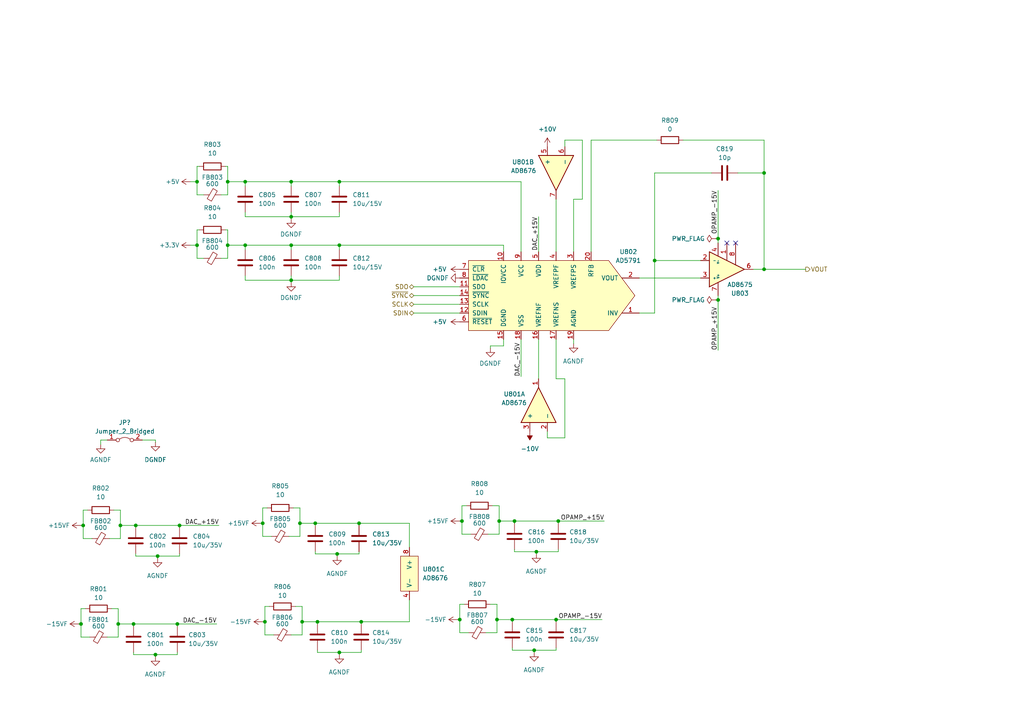
<source format=kicad_sch>
(kicad_sch (version 20230121) (generator eeschema)
  (paper "A4")
  (lib_symbols
    (symbol "Device:C" (pin_numbers hide) (pin_names (offset 0.254))
      (property "Reference" "C" (at 0.635 2.54 0))
      (property "Value" "C" (at 0.635 -2.54 0))
      (symbol "C_0_1"
        (polyline (pts (xy -2.032 -0.762) (xy 2.032 -0.762)) (stroke (width 0.508)))
        (polyline (pts (xy -2.032 0.762) (xy 2.032 0.762)) (stroke (width 0.508)))
      )
      (symbol "C_1_1"
        (pin passive line (at 0 3.81 270) (length 2.794) (name "~") (number "1"))
        (pin passive line (at 0 -3.81 90) (length 2.794) (name "~") (number "2"))
      )
    )
    (symbol "Device:FerriteBead_Small" (pin_numbers hide) (pin_names (offset 0))
      (property "Reference" "FB" (at 1.905 1.27 0))
      (property "Value" "FerriteBead_Small" (at 1.905 -1.27 0))
      (symbol "FerriteBead_Small_0_1"
        (polyline (pts (xy 0 -1.27) (xy 0 -0.7874)))
        (polyline (pts (xy 0 0.889) (xy 0 1.2954)))
        (polyline (pts (xy -1.8288 0.2794) (xy -1.1176 1.4986) (xy 1.8288 -0.2032) (xy 1.1176 -1.4224) (xy -1.8288 0.2794)))
      )
      (symbol "FerriteBead_Small_1_1"
        (pin passive line (at 0 2.54 270) (length 1.27) (name "~") (number "1"))
        (pin passive line (at 0 -2.54 90) (length 1.27) (name "~") (number "2"))
      )
    )
    (symbol "Device:R" (pin_numbers hide) (pin_names (offset 0))
      (property "Reference" "R" (at 2.032 0 90))
      (property "Value" "R" (at 0 0 90))
      (symbol "R_0_1"
        (rectangle (start -1.016 -2.54) (end 1.016 2.54) (stroke (width 0.254)))
      )
      (symbol "R_1_1"
        (pin passive line (at 0 3.81 270) (length 1.27) (name "~") (number "1"))
        (pin passive line (at 0 -3.81 90) (length 1.27) (name "~") (number "2"))
      )
    )
    (symbol "ETH1CREF1A:+15VF" (power) (pin_names (offset 0))
      (property "Value" "+15VF" (at 0 3.556 0))
      (symbol "+15VF_0_1"
        (polyline (pts (xy -0.762 1.27) (xy 0 2.54)))
        (polyline (pts (xy 0 0) (xy 0 2.54)))
        (polyline (pts (xy 0 2.54) (xy 0.762 1.27)))
      )
      (symbol "+15VF_1_1"
        (pin power_in line (at 0 0 90) (length 0) hide (name "+15VF") (number "1"))
      )
    )
    (symbol "ETH1CREF1A:-15VF" (power) (pin_names (offset 0))
      (property "Value" "-15VF" (at 0 3.556 0))
      (symbol "-15VF_0_1"
        (polyline (pts (xy -0.762 1.27) (xy 0 2.54)))
        (polyline (pts (xy 0 0) (xy 0 2.54)))
        (polyline (pts (xy 0 2.54) (xy 0.762 1.27)))
      )
      (symbol "-15VF_1_1"
        (pin power_in line (at 0 0 90) (length 0) hide (name "-15VF") (number "1"))
      )
    )
    (symbol "ETH1CREF1A:AD5791" (pin_names (offset 1.016))
      (property "Reference" "U" (at -22.86 11.43 0))
      (property "Value" "AD5791" (at 0 0 0))
      (symbol "AD5791_0_1"
        (polyline (pts (xy 24.13 0) (xy 16.51 10.16) (xy -24.13 10.16) (xy -24.13 -10.16) (xy 16.51 -10.16) (xy 24.13 0)) (fill (type background)))
      )
      (symbol "AD5791_1_1"
        (pin output line (at 25.4 -5.08 180) (length 5.08) (name "INV") (number "1"))
        (pin passive line (at -13.97 12.7 270) (length 2.54) (name "IOVCC") (number "10"))
        (pin output line (at -26.67 2.54 0) (length 2.54) (name "SDO") (number "11"))
        (pin input line (at -26.67 -5.08 0) (length 2.54) (name "SDIN") (number "12"))
        (pin input line (at -26.67 -2.54 0) (length 2.54) (name "SCLK") (number "13"))
        (pin input line (at -26.67 0 0) (length 2.54) (name "~{SYNC}") (number "14"))
        (pin passive line (at -13.97 -12.7 90) (length 2.54) (name "DGND") (number "15"))
        (pin passive line (at -3.81 -12.7 90) (length 2.54) (name "VREFNF") (number "16"))
        (pin passive line (at 1.27 -12.7 90) (length 2.54) (name "VREFNS") (number "17"))
        (pin passive line (at -8.89 -12.7 90) (length 2.54) (name "VSS") (number "18"))
        (pin passive line (at 6.35 -12.7 90) (length 2.54) (name "AGND") (number "19"))
        (pin output line (at 25.4 5.08 180) (length 5.08) (name "VOUT") (number "2"))
        (pin passive line (at 11.43 12.7 270) (length 2.54) (name "RFB") (number "20"))
        (pin passive line (at 6.35 12.7 270) (length 2.54) (name "VREFPS") (number "3"))
        (pin passive line (at 1.27 12.7 270) (length 2.54) (name "VREFPF") (number "4"))
        (pin passive line (at -3.81 12.7 270) (length 2.54) (name "VDD") (number "5"))
        (pin input line (at -26.67 -7.62 0) (length 2.54) (name "~{RESET}") (number "6"))
        (pin input line (at -26.67 7.62 0) (length 2.54) (name "~{CLR}") (number "7"))
        (pin input line (at -26.67 5.08 0) (length 2.54) (name "~{LDAC}") (number "8"))
        (pin passive line (at -8.89 12.7 270) (length 2.54) (name "VCC") (number "9"))
      )
    )
    (symbol "ETH1CREF1A:AD8675" (pin_names (offset 1.016))
      (property "Reference" "U" (at 8.89 6.35 0))
      (property "Value" "AD8675" (at 8.89 3.81 0))
      (symbol "AD8675_1_1"
        (polyline (pts (xy -2.54 5.08) (xy 7.62 0) (xy -2.54 -5.08) (xy -2.54 5.08)) (stroke (width 0.254)) (fill (type background)))
        (pin input line (at 2.54 -7.62 90) (length 5.08) (name "~") (number "1"))
        (pin input line (at -5.08 -2.54 0) (length 2.54) (name "-") (number "2"))
        (pin input line (at -5.08 2.54 0) (length 2.54) (name "+") (number "3"))
        (pin power_in line (at 0 -7.62 90) (length 3.81) (name "V-") (number "4"))
        (pin no_connect line (at 2.54 2.54 270) (length 2.54) hide (name "NC") (number "5"))
        (pin output line (at 10.16 0 180) (length 2.54) (name "~") (number "6"))
        (pin power_in line (at 0 7.62 270) (length 3.81) (name "V+") (number "7"))
        (pin input line (at 5.08 -7.62 90) (length 6.35) (name "~") (number "8"))
      )
    )
    (symbol "ETH1CREF1A:AD8676" (pin_names (offset 1.016))
      (property "Reference" "U" (at 7.62 6.35 0))
      (property "Value" "AD8676" (at 7.62 3.81 0))
      (symbol "AD8676_1_1"
        (polyline (pts (xy -3.81 5.08) (xy 6.35 0) (xy -3.81 -5.08) (xy -3.81 5.08)) (stroke (width 0.254)) (fill (type background)))
        (pin output line (at 8.89 0 180) (length 2.54) (name "~") (number "1"))
        (pin input line (at -6.35 -2.54 0) (length 2.54) (name "-") (number "2"))
        (pin input line (at -6.35 2.54 0) (length 2.54) (name "+") (number "3"))
      )
      (symbol "AD8676_2_1"
        (polyline (pts (xy -3.81 5.08) (xy 6.35 0) (xy -3.81 -5.08) (xy -3.81 5.08)) (stroke (width 0.254)) (fill (type background)))
        (pin input line (at -6.35 2.54 0) (length 2.54) (name "+") (number "5"))
        (pin input line (at -6.35 -2.54 0) (length 2.54) (name "-") (number "6"))
        (pin output line (at 8.89 0 180) (length 2.54) (name "~") (number "7"))
      )
      (symbol "AD8676_3_1"
        (rectangle (start -2.54 5.08) (end 2.54 -5.08) (fill (type background)))
        (pin passive line (at 0 -7.62 90) (length 2.54) (name "V-") (number "4"))
        (pin passive line (at 0 7.62 270) (length 2.54) (name "V+") (number "8"))
      )
    )
    (symbol "ETH1CREF1A:AGNDF" (power) (pin_names (offset 0))
      (property "Value" "AGNDF" (at 0 -3.81 0))
      (symbol "AGNDF_0_1"
        (polyline (pts (xy 0 0) (xy 0 -1.27) (xy 1.27 -1.27) (xy 0 -2.54) (xy -1.27 -1.27) (xy 0 -1.27)))
      )
      (symbol "AGNDF_1_1"
        (pin power_in line (at 0 0 270) (length 0) hide (name "AGNDF") (number "1"))
      )
    )
    (symbol "ETH1CREF1A:DGNDF" (power) (pin_names (offset 0))
      (property "Value" "DGNDF" (at 0 -3.81 0))
      (symbol "DGNDF_0_1"
        (polyline (pts (xy 0 0) (xy 0 -1.27) (xy 1.27 -1.27) (xy 0 -2.54) (xy -1.27 -1.27) (xy 0 -1.27)))
      )
      (symbol "DGNDF_1_1"
        (pin power_in line (at 0 0 270) (length 0) hide (name "DGNDF") (number "1"))
      )
    )
    (symbol "Jumper:Jumper_2_Bridged" (pin_names (offset 0) hide)
      (property "Reference" "JP" (at 0 1.905 0))
      (property "Value" "Jumper_2_Bridged" (at 0 -2.54 0))
      (symbol "Jumper_2_Bridged_0_0"
        (circle (center -2.032 0) (radius 0.508))
        (circle (center 2.032 0) (radius 0.508))
      )
      (symbol "Jumper_2_Bridged_0_1"
        (arc (start 1.524 0.254) (mid 0 0.762) (end -1.524 0.254))
      )
      (symbol "Jumper_2_Bridged_1_1"
        (pin passive line (at -5.08 0 0) (length 2.54) (name "A") (number "1"))
        (pin passive line (at 5.08 0 180) (length 2.54) (name "B") (number "2"))
      )
    )
    (symbol "power:+10V" (power) (pin_names (offset 0))
      (property "Value" "+10V" (at 0 3.556 0))
      (symbol "+10V_0_1"
        (polyline (pts (xy -0.762 1.27) (xy 0 2.54)))
        (polyline (pts (xy 0 0) (xy 0 2.54)))
        (polyline (pts (xy 0 2.54) (xy 0.762 1.27)))
      )
      (symbol "+10V_1_1"
        (pin power_in line (at 0 0 90) (length 0) hide (name "+10V") (number "1"))
      )
    )
    (symbol "power:+3.3V" (power) (pin_names (offset 0))
      (property "Value" "+3.3V" (at 0 3.556 0))
      (symbol "+3.3V_0_1"
        (polyline (pts (xy -0.762 1.27) (xy 0 2.54)))
        (polyline (pts (xy 0 0) (xy 0 2.54)))
        (polyline (pts (xy 0 2.54) (xy 0.762 1.27)))
      )
      (symbol "+3.3V_1_1"
        (pin power_in line (at 0 0 90) (length 0) hide (name "+3.3V") (number "1"))
      )
    )
    (symbol "power:+5V" (power) (pin_names (offset 0))
      (property "Value" "+5V" (at 0 3.556 0))
      (symbol "+5V_0_1"
        (polyline (pts (xy -0.762 1.27) (xy 0 2.54)))
        (polyline (pts (xy 0 0) (xy 0 2.54)))
        (polyline (pts (xy 0 2.54) (xy 0.762 1.27)))
      )
      (symbol "+5V_1_1"
        (pin power_in line (at 0 0 90) (length 0) hide (name "+5V") (number "1"))
      )
    )
    (symbol "power:-10V" (power) (pin_names (offset 0))
      (property "Value" "-10V" (at 0 3.81 0))
      (symbol "-10V_0_0"
        (pin power_in line (at 0 0 90) (length 0) hide (name "-10V") (number "1"))
      )
      (symbol "-10V_0_1"
        (polyline (pts (xy 0 0) (xy 0 1.27) (xy 0.762 1.27) (xy 0 2.54) (xy -0.762 1.27) (xy 0 1.27)) (fill (type outline)))
      )
    )
    (symbol "power:PWR_FLAG" (power) (pin_numbers hide) (pin_names (offset 0) hide)
      (property "Value" "PWR_FLAG" (at 0 3.81 0))
      (symbol "PWR_FLAG_0_0"
        (pin power_out line (at 0 0 90) (length 0) (name "pwr") (number "1"))
      )
      (symbol "PWR_FLAG_0_1"
        (polyline (pts (xy 0 0) (xy 0 1.27) (xy -1.016 1.905) (xy 0 2.54) (xy 1.016 1.905) (xy 0 1.27)))
      )
    )
  )
  (junction (at 38.735 180.975))
  (junction (at 84.455 71.12))
  (junction (at 76.2 151.765))
  (junction (at 98.425 71.12))
  (junction (at 97.79 160.655))
  (junction (at 189.865 75.565))
  (junction (at 71.12 71.12))
  (junction (at 51.435 180.975))
  (junction (at 76.835 180.34))
  (junction (at 39.37 152.4))
  (junction (at 66.04 52.705))
  (junction (at 155.575 160.02))
  (junction (at 161.29 179.705))
  (junction (at 87.63 180.34))
  (junction (at 71.12 52.705))
  (junction (at 34.925 152.4))
  (junction (at 84.455 81.28))
  (junction (at 84.455 62.865))
  (junction (at 154.94 188.595))
  (junction (at 161.925 151.13))
  (junction (at 148.59 179.705))
  (junction (at 133.985 151.13))
  (junction (at 208.28 86.995))
  (junction (at 91.44 151.765))
  (junction (at 34.29 180.975))
  (junction (at 23.495 180.975))
  (junction (at 98.425 52.705))
  (junction (at 98.425 189.23))
  (junction (at 144.78 151.13))
  (junction (at 144.145 179.705))
  (junction (at 52.07 152.4))
  (junction (at 86.995 151.765))
  (junction (at 84.455 52.705))
  (junction (at 57.15 71.12))
  (junction (at 92.075 180.34))
  (junction (at 221.615 78.105))
  (junction (at 149.225 151.13))
  (junction (at 45.085 189.865))
  (junction (at 133.35 179.705))
  (junction (at 104.14 151.765))
  (junction (at 45.72 161.29))
  (junction (at 66.04 71.12))
  (junction (at 221.615 50.165))
  (junction (at 24.13 152.4))
  (junction (at 104.775 180.34))
  (junction (at 57.15 52.705))
  (junction (at 208.28 69.215))
  (no_connect (at 210.82 70.485))
  (no_connect (at 213.36 70.485))
  (wire (pts (xy 155.575 160.02) (xy 161.925 160.02)))
  (wire (pts (xy 34.29 180.975) (xy 34.29 176.53)))
  (wire (pts (xy 38.735 189.865) (xy 45.085 189.865)))
  (wire (pts (xy 45.085 189.865) (xy 45.085 190.5)))
  (wire (pts (xy 34.925 152.4) (xy 39.37 152.4)))
  (wire (pts (xy 84.455 52.705) (xy 98.425 52.705)))
  (wire (pts (xy 57.15 71.12) (xy 57.15 66.675)))
  (wire (pts (xy 23.495 180.975) (xy 23.495 184.785)))
  (wire (pts (xy 66.04 71.12) (xy 66.04 74.93)))
  (wire (pts (xy 168.91 40.64) (xy 168.91 57.785)))
  (wire (pts (xy 76.835 184.15) (xy 79.375 184.15)))
  (wire (pts (xy 29.21 128.905) (xy 29.21 127.635)))
  (wire (pts (xy 133.35 179.705) (xy 133.35 183.515)))
  (wire (pts (xy 161.925 151.13) (xy 175.26 151.13)))
  (wire (pts (xy 98.425 71.12) (xy 146.05 71.12)))
  (wire (pts (xy 133.35 85.725) (xy 120.015 85.725)))
  (wire (pts (xy 83.82 155.575) (xy 86.995 155.575)))
  (wire (pts (xy 24.13 152.4) (xy 24.13 156.21)))
  (wire (pts (xy 98.425 62.865) (xy 84.455 62.865)))
  (wire (pts (xy 104.14 151.765) (xy 118.745 151.765)))
  (wire (pts (xy 189.865 75.565) (xy 189.865 90.805)))
  (wire (pts (xy 133.985 146.685) (xy 133.985 151.13)))
  (wire (pts (xy 86.995 147.32) (xy 85.09 147.32)))
  (wire (pts (xy 133.985 151.13) (xy 133.985 154.94)))
  (wire (pts (xy 144.145 179.705) (xy 144.145 175.26)))
  (wire (pts (xy 161.29 188.595) (xy 161.29 187.96)))
  (wire (pts (xy 149.225 151.13) (xy 149.225 151.765)))
  (wire (pts (xy 92.075 180.34) (xy 104.775 180.34)))
  (wire (pts (xy 34.925 152.4) (xy 34.925 147.955)))
  (wire (pts (xy 98.425 61.595) (xy 98.425 62.865)))
  (wire (pts (xy 154.94 188.595) (xy 154.94 189.23)))
  (wire (pts (xy 87.63 175.895) (xy 85.725 175.895)))
  (wire (pts (xy 91.44 151.765) (xy 104.14 151.765)))
  (wire (pts (xy 146.05 100.33) (xy 142.24 100.33)))
  (wire (pts (xy 149.225 160.02) (xy 155.575 160.02)))
  (wire (pts (xy 57.15 56.515) (xy 59.055 56.515)))
  (wire (pts (xy 104.775 180.34) (xy 118.745 180.34)))
  (wire (pts (xy 64.135 56.515) (xy 66.04 56.515)))
  (wire (pts (xy 163.83 40.64) (xy 168.91 40.64)))
  (wire (pts (xy 39.37 161.29) (xy 45.72 161.29)))
  (wire (pts (xy 168.91 57.785) (xy 166.37 57.785)))
  (wire (pts (xy 221.615 40.64) (xy 221.615 50.165)))
  (wire (pts (xy 189.865 75.565) (xy 189.865 50.165)))
  (wire (pts (xy 84.455 80.01) (xy 84.455 81.28)))
  (wire (pts (xy 221.615 78.105) (xy 233.68 78.105)))
  (wire (pts (xy 52.07 161.29) (xy 52.07 160.655)))
  (wire (pts (xy 52.07 152.4) (xy 63.5 152.4)))
  (wire (pts (xy 161.29 179.705) (xy 174.625 179.705)))
  (wire (pts (xy 71.12 61.595) (xy 71.12 62.865)))
  (wire (pts (xy 31.75 156.21) (xy 34.925 156.21)))
  (wire (pts (xy 87.63 180.34) (xy 87.63 175.895)))
  (wire (pts (xy 84.455 184.15) (xy 87.63 184.15)))
  (wire (pts (xy 29.21 127.635) (xy 31.115 127.635)))
  (wire (pts (xy 84.455 71.12) (xy 98.425 71.12)))
  (wire (pts (xy 161.29 57.785) (xy 161.29 73.025)))
  (wire (pts (xy 166.37 99.695) (xy 166.37 98.425)))
  (wire (pts (xy 76.835 175.895) (xy 76.835 180.34)))
  (wire (pts (xy 221.615 78.105) (xy 218.44 78.105)))
  (wire (pts (xy 71.12 71.12) (xy 84.455 71.12)))
  (wire (pts (xy 221.615 50.165) (xy 221.615 78.105)))
  (wire (pts (xy 34.29 184.785) (xy 34.29 180.975)))
  (wire (pts (xy 57.15 74.93) (xy 57.15 71.12)))
  (wire (pts (xy 133.985 154.94) (xy 136.525 154.94)))
  (wire (pts (xy 92.075 189.23) (xy 98.425 189.23)))
  (wire (pts (xy 97.79 160.655) (xy 104.14 160.655)))
  (wire (pts (xy 144.78 146.685) (xy 142.875 146.685)))
  (wire (pts (xy 31.115 184.785) (xy 34.29 184.785)))
  (wire (pts (xy 87.63 184.15) (xy 87.63 180.34)))
  (wire (pts (xy 208.28 86.995) (xy 208.28 101.6)))
  (wire (pts (xy 151.13 73.025) (xy 151.13 52.705)))
  (wire (pts (xy 71.12 80.01) (xy 71.12 81.28)))
  (wire (pts (xy 66.04 66.675) (xy 66.04 71.12)))
  (wire (pts (xy 45.085 189.865) (xy 51.435 189.865)))
  (wire (pts (xy 65.405 66.675) (xy 66.04 66.675)))
  (wire (pts (xy 57.15 56.515) (xy 57.15 52.705)))
  (wire (pts (xy 208.28 69.215) (xy 208.28 55.245)))
  (wire (pts (xy 86.995 151.765) (xy 91.44 151.765)))
  (wire (pts (xy 133.35 175.26) (xy 133.35 179.705)))
  (wire (pts (xy 146.05 98.425) (xy 146.05 100.33)))
  (wire (pts (xy 104.14 160.655) (xy 104.14 160.02)))
  (wire (pts (xy 133.35 88.265) (xy 120.015 88.265)))
  (wire (pts (xy 22.86 180.975) (xy 23.495 180.975)))
  (wire (pts (xy 64.135 74.93) (xy 66.04 74.93)))
  (wire (pts (xy 84.455 61.595) (xy 84.455 62.865)))
  (wire (pts (xy 120.015 83.185) (xy 133.35 83.185)))
  (wire (pts (xy 98.425 80.01) (xy 98.425 81.28)))
  (wire (pts (xy 156.21 98.425) (xy 156.21 109.855)))
  (wire (pts (xy 149.225 151.13) (xy 161.925 151.13)))
  (wire (pts (xy 55.245 52.705) (xy 57.15 52.705)))
  (wire (pts (xy 77.47 147.32) (xy 76.2 147.32)))
  (wire (pts (xy 133.35 183.515) (xy 135.89 183.515)))
  (wire (pts (xy 84.455 52.705) (xy 84.455 53.975)))
  (wire (pts (xy 98.425 71.12) (xy 98.425 72.39)))
  (wire (pts (xy 38.735 189.23) (xy 38.735 189.865)))
  (wire (pts (xy 158.75 127) (xy 163.83 127)))
  (wire (pts (xy 98.425 81.28) (xy 84.455 81.28)))
  (wire (pts (xy 87.63 180.34) (xy 92.075 180.34)))
  (wire (pts (xy 84.455 71.12) (xy 84.455 72.39)))
  (wire (pts (xy 51.435 180.975) (xy 62.865 180.975)))
  (wire (pts (xy 86.995 155.575) (xy 86.995 151.765)))
  (wire (pts (xy 24.13 156.21) (xy 26.67 156.21)))
  (wire (pts (xy 38.735 180.975) (xy 38.735 181.61)))
  (wire (pts (xy 198.12 40.64) (xy 221.615 40.64)))
  (wire (pts (xy 189.865 50.165) (xy 206.375 50.165)))
  (wire (pts (xy 161.925 151.13) (xy 161.925 151.765)))
  (wire (pts (xy 66.04 48.26) (xy 66.04 52.705)))
  (wire (pts (xy 148.59 179.705) (xy 148.59 180.34)))
  (wire (pts (xy 76.835 180.34) (xy 76.835 184.15)))
  (wire (pts (xy 25.4 147.955) (xy 24.13 147.955)))
  (wire (pts (xy 92.075 180.34) (xy 92.075 180.975)))
  (wire (pts (xy 163.83 127) (xy 163.83 109.855)))
  (wire (pts (xy 66.04 71.12) (xy 71.12 71.12)))
  (wire (pts (xy 78.105 175.895) (xy 76.835 175.895)))
  (wire (pts (xy 34.925 156.21) (xy 34.925 152.4)))
  (wire (pts (xy 71.12 52.705) (xy 84.455 52.705)))
  (wire (pts (xy 98.425 189.23) (xy 98.425 189.865)))
  (wire (pts (xy 155.575 160.02) (xy 155.575 160.655)))
  (wire (pts (xy 146.05 73.025) (xy 146.05 71.12)))
  (wire (pts (xy 144.78 151.13) (xy 149.225 151.13)))
  (wire (pts (xy 51.435 189.865) (xy 51.435 189.23)))
  (wire (pts (xy 75.565 151.765) (xy 76.2 151.765)))
  (wire (pts (xy 104.775 180.34) (xy 104.775 180.975)))
  (wire (pts (xy 104.775 189.23) (xy 104.775 188.595)))
  (wire (pts (xy 151.13 98.425) (xy 151.13 109.22)))
  (wire (pts (xy 189.865 75.565) (xy 203.2 75.565)))
  (wire (pts (xy 163.83 42.545) (xy 163.83 40.64)))
  (wire (pts (xy 98.425 52.705) (xy 98.425 53.975)))
  (wire (pts (xy 34.29 176.53) (xy 32.385 176.53)))
  (wire (pts (xy 140.97 183.515) (xy 144.145 183.515)))
  (wire (pts (xy 98.425 189.23) (xy 104.775 189.23)))
  (wire (pts (xy 34.29 180.975) (xy 38.735 180.975)))
  (wire (pts (xy 24.13 147.955) (xy 24.13 152.4)))
  (wire (pts (xy 34.925 147.955) (xy 33.02 147.955)))
  (wire (pts (xy 132.715 179.705) (xy 133.35 179.705)))
  (wire (pts (xy 161.925 160.02) (xy 161.925 159.385)))
  (wire (pts (xy 23.495 152.4) (xy 24.13 152.4)))
  (wire (pts (xy 45.72 161.29) (xy 52.07 161.29)))
  (wire (pts (xy 148.59 187.96) (xy 148.59 188.595)))
  (wire (pts (xy 24.765 176.53) (xy 23.495 176.53)))
  (wire (pts (xy 39.37 152.4) (xy 39.37 153.035)))
  (wire (pts (xy 45.72 161.29) (xy 45.72 161.925)))
  (wire (pts (xy 149.225 159.385) (xy 149.225 160.02)))
  (wire (pts (xy 76.2 147.32) (xy 76.2 151.765)))
  (wire (pts (xy 207.645 69.215) (xy 208.28 69.215)))
  (wire (pts (xy 57.15 48.26) (xy 57.785 48.26)))
  (wire (pts (xy 208.28 85.725) (xy 208.28 86.995)))
  (wire (pts (xy 84.455 81.28) (xy 71.12 81.28)))
  (wire (pts (xy 161.29 179.705) (xy 161.29 180.34)))
  (wire (pts (xy 86.995 151.765) (xy 86.995 147.32)))
  (wire (pts (xy 163.83 109.855) (xy 161.29 109.855)))
  (wire (pts (xy 51.435 180.975) (xy 51.435 181.61)))
  (wire (pts (xy 52.07 152.4) (xy 52.07 153.035)))
  (wire (pts (xy 161.29 98.425) (xy 161.29 109.855)))
  (wire (pts (xy 66.04 52.705) (xy 66.04 56.515)))
  (wire (pts (xy 135.255 146.685) (xy 133.985 146.685)))
  (wire (pts (xy 45.085 127.635) (xy 45.085 128.27)))
  (wire (pts (xy 65.405 48.26) (xy 66.04 48.26)))
  (wire (pts (xy 141.605 154.94) (xy 144.78 154.94)))
  (wire (pts (xy 41.275 127.635) (xy 45.085 127.635)))
  (wire (pts (xy 213.995 50.165) (xy 221.615 50.165)))
  (wire (pts (xy 171.45 73.025) (xy 171.45 40.64)))
  (wire (pts (xy 55.245 71.12) (xy 57.15 71.12)))
  (wire (pts (xy 71.12 71.12) (xy 71.12 72.39)))
  (wire (pts (xy 148.59 179.705) (xy 161.29 179.705)))
  (wire (pts (xy 39.37 152.4) (xy 52.07 152.4)))
  (wire (pts (xy 144.145 179.705) (xy 148.59 179.705)))
  (wire (pts (xy 144.145 175.26) (xy 142.24 175.26)))
  (wire (pts (xy 185.42 80.645) (xy 203.2 80.645)))
  (wire (pts (xy 57.15 74.93) (xy 59.055 74.93)))
  (wire (pts (xy 118.745 173.99) (xy 118.745 180.34)))
  (wire (pts (xy 57.15 52.705) (xy 57.15 48.26)))
  (wire (pts (xy 84.455 62.865) (xy 71.12 62.865)))
  (wire (pts (xy 91.44 160.655) (xy 97.79 160.655)))
  (wire (pts (xy 76.2 180.34) (xy 76.835 180.34)))
  (wire (pts (xy 156.21 62.865) (xy 156.21 73.025)))
  (wire (pts (xy 38.735 180.975) (xy 51.435 180.975)))
  (wire (pts (xy 23.495 176.53) (xy 23.495 180.975)))
  (wire (pts (xy 66.04 52.705) (xy 71.12 52.705)))
  (wire (pts (xy 144.78 154.94) (xy 144.78 151.13)))
  (wire (pts (xy 134.62 175.26) (xy 133.35 175.26)))
  (wire (pts (xy 118.745 151.765) (xy 118.745 158.75)))
  (wire (pts (xy 92.075 188.595) (xy 92.075 189.23)))
  (wire (pts (xy 91.44 151.765) (xy 91.44 152.4)))
  (wire (pts (xy 98.425 52.705) (xy 151.13 52.705)))
  (wire (pts (xy 144.78 151.13) (xy 144.78 146.685)))
  (wire (pts (xy 144.145 183.515) (xy 144.145 179.705)))
  (wire (pts (xy 207.645 86.995) (xy 208.28 86.995)))
  (wire (pts (xy 133.35 90.805) (xy 120.015 90.805)))
  (wire (pts (xy 133.35 151.13) (xy 133.985 151.13)))
  (wire (pts (xy 208.28 70.485) (xy 208.28 69.215)))
  (wire (pts (xy 84.455 62.865) (xy 84.455 63.5)))
  (wire (pts (xy 39.37 160.655) (xy 39.37 161.29)))
  (wire (pts (xy 142.24 100.33) (xy 142.24 100.965)))
  (wire (pts (xy 71.12 52.705) (xy 71.12 53.975)))
  (wire (pts (xy 148.59 188.595) (xy 154.94 188.595)))
  (wire (pts (xy 189.865 90.805) (xy 185.42 90.805)))
  (wire (pts (xy 91.44 160.02) (xy 91.44 160.655)))
  (wire (pts (xy 76.2 155.575) (xy 78.74 155.575)))
  (wire (pts (xy 76.2 151.765) (xy 76.2 155.575)))
  (wire (pts (xy 23.495 184.785) (xy 26.035 184.785)))
  (wire (pts (xy 57.15 66.675) (xy 57.785 66.675)))
  (wire (pts (xy 84.455 81.28) (xy 84.455 81.915)))
  (wire (pts (xy 158.75 125.095) (xy 158.75 127)))
  (wire (pts (xy 97.79 160.655) (xy 97.79 161.29)))
  (wire (pts (xy 166.37 57.785) (xy 166.37 73.025)))
  (wire (pts (xy 154.94 188.595) (xy 161.29 188.595)))
  (wire (pts (xy 171.45 40.64) (xy 190.5 40.64)))
  (wire (pts (xy 104.14 151.765) (xy 104.14 152.4)))
  (label "OPAMP_-15V" (at 174.625 179.705 180))
  (label "OPAMP_-15V" (at 208.28 55.245 270))
  (label "DAC_+15V" (at 63.5 152.4 180))
  (label "DAC_+15V" (at 156.21 62.865 270))
  (label "DAC_-15V" (at 62.865 180.975 180))
  (label "OPAMP_+15V" (at 175.26 151.13 180))
  (label "DAC_-15V" (at 151.13 109.22 90))
  (label "OPAMP_+15V" (at 208.28 101.6 90))
  (hierarchical_label "SCLK" (shape bidirectional) (at 120.015 88.265 180))
  (hierarchical_label "SDIN" (shape bidirectional) (at 120.015 90.805 180))
  (hierarchical_label "SDO" (shape bidirectional) (at 120.015 83.185 180))
  (hierarchical_label "VOUT" (shape output) (at 233.68 78.105 0))
  (hierarchical_label "~{SYNC}" (shape bidirectional) (at 120.015 85.725 180))
  (symbol (lib_id "Device:FerriteBead_Small") (at 29.21 156.21 90) (unit 1)
    (property "Reference" "FB802" (at 29.21 151.13 90))
    (property "Value" "600" (at 29.21 153.035 90))
  )
  (symbol (lib_id "Device:C") (at 71.12 57.785 0) (unit 1)
    (property "Reference" "C805" (at 74.93 56.515 0) (effects (justify left)))
    (property "Value" "100n" (at 74.93 59.055 0) (effects (justify left)))
  )
  (symbol (lib_id "ETH1CREF1A:AD8676") (at 118.745 166.37 0) (unit 3)
    (property "Reference" "U801" (at 122.555 165.1 0) (effects (justify left)))
    (property "Value" "AD8676" (at 122.555 167.64 0) (effects (justify left)))
  )
  (symbol (lib_id "Device:C") (at 149.225 155.575 0) (unit 1)
    (property "Reference" "C816" (at 153.035 154.305 0) (effects (justify left)))
    (property "Value" "100n" (at 153.035 156.845 0) (effects (justify left)))
  )
  (symbol (lib_id "Device:C") (at 84.455 57.785 0) (unit 1)
    (property "Reference" "C807" (at 88.265 56.515 0) (effects (justify left)))
    (property "Value" "100n" (at 88.265 59.055 0) (effects (justify left)))
  )
  (symbol (lib_id "ETH1CREF1A:AGNDF") (at 98.425 189.865 0) (unit 1)
    (property "Reference" "#PWR0814" (effects hide))
    (property "Value" "AGNDF" (at 98.425 194.945 0))
  )
  (symbol (lib_id "ETH1CREF1A:+15VF") (at 75.565 151.765 90) (unit 1)
    (property "Reference" "#PWR0809" (effects hide))
    (property "Value" "+15VF" (at 72.39 151.765 90) (effects (justify left)))
  )
  (symbol (lib_id "Device:FerriteBead_Small") (at 139.065 154.94 90) (unit 1)
    (property "Reference" "FB808" (at 139.065 149.86 90))
    (property "Value" "600" (at 139.065 151.765 90))
  )
  (symbol (lib_id "ETH1CREF1A:AD8676") (at 161.29 48.895 90) (mirror x) (unit 2)
    (property "Reference" "U801" (at 154.94 46.99 90) (effects (justify left)))
    (property "Value" "AD8676" (at 155.575 49.53 90) (effects (justify left)))
  )
  (symbol (lib_id "ETH1CREF1A:AD8676") (at 156.21 118.745 90) (unit 1)
    (property "Reference" "U801" (at 146.05 114.3 90) (effects (justify right)))
    (property "Value" "AD8676" (at 145.415 116.84 90) (effects (justify right)))
  )
  (symbol (lib_id "Device:C") (at 148.59 184.15 0) (unit 1)
    (property "Reference" "C815" (at 152.4 182.88 0) (effects (justify left)))
    (property "Value" "100n" (at 152.4 185.42 0) (effects (justify left)))
  )
  (symbol (lib_id "Device:C") (at 210.185 50.165 90) (unit 1)
    (property "Reference" "C819" (at 210.185 43.18 90))
    (property "Value" "10p" (at 210.185 45.72 90))
  )
  (symbol (lib_id "Device:C") (at 161.925 155.575 0) (unit 1)
    (property "Reference" "C818" (at 165.1 154.305 0) (effects (justify left)))
    (property "Value" "10u/35V" (at 165.1 156.845 0) (effects (justify left)))
  )
  (symbol (lib_id "ETH1CREF1A:DGNDF") (at 133.35 80.645 270) (unit 1)
    (property "Reference" "#PWR0817" (effects hide))
    (property "Value" "DGNDF" (at 130.175 80.645 90) (effects (justify right)))
  )
  (symbol (lib_id "ETH1CREF1A:AD8675") (at 208.28 78.105 0) (mirror x) (unit 1)
    (property "Reference" "U803" (at 214.63 85.09 0))
    (property "Value" "AD8675" (at 214.63 82.55 0))
  )
  (symbol (lib_id "ETH1CREF1A:AGNDF") (at 97.79 161.29 0) (unit 1)
    (property "Reference" "#PWR0813" (effects hide))
    (property "Value" "AGNDF" (at 97.79 166.37 0))
  )
  (symbol (lib_id "Device:C") (at 104.14 156.21 0) (unit 1)
    (property "Reference" "C813" (at 107.95 154.94 0) (effects (justify left)))
    (property "Value" "10u/35V" (at 107.95 157.48 0) (effects (justify left)))
  )
  (symbol (lib_id "ETH1CREF1A:+15VF") (at 133.35 151.13 90) (unit 1)
    (property "Reference" "#PWR0819" (effects hide))
    (property "Value" "+15VF" (at 130.175 151.13 90) (effects (justify left)))
  )
  (symbol (lib_id "Jumper:Jumper_2_Bridged") (at 36.195 127.635 0) (unit 1)
    (property "Reference" "JP?" (at 36.195 122.555 0))
    (property "Value" "Jumper_2_Bridged" (at 36.195 125.095 0))
    (instances (project "ETH1CREF1A" (path "" (reference "JP?") (unit 1)) (path "" (reference "JP801") (unit 1))))
  )
  (symbol (lib_id "Device:FerriteBead_Small") (at 61.595 56.515 90) (unit 1)
    (property "Reference" "FB803" (at 61.595 51.435 90))
    (property "Value" "600" (at 61.595 53.34 90))
  )
  (symbol (lib_id "ETH1CREF1A:AGNDF") (at 45.085 190.5 0) (unit 1)
    (property "Reference" "#PWR0805" (effects hide))
    (property "Value" "AGNDF" (at 45.085 195.58 0))
  )
  (symbol (lib_id "Device:C") (at 161.29 184.15 0) (unit 1)
    (property "Reference" "C817" (at 165.1 182.88 0) (effects (justify left)))
    (property "Value" "10u/35V" (at 165.1 185.42 0) (effects (justify left)))
  )
  (symbol (lib_id "Device:R") (at 29.21 147.955 90) (unit 1)
    (property "Reference" "R802" (at 29.21 141.605 90))
    (property "Value" "10" (at 29.21 144.145 90))
  )
  (symbol (lib_id "ETH1CREF1A:AGNDF") (at 155.575 160.655 0) (unit 1)
    (property "Reference" "#PWR0823" (effects hide))
    (property "Value" "AGNDF" (at 155.575 165.735 0))
  )
  (symbol (lib_id "Device:R") (at 61.595 48.26 90) (unit 1)
    (property "Reference" "R803" (at 61.595 41.91 90))
    (property "Value" "10" (at 61.595 44.45 90))
  )
  (symbol (lib_id "Device:FerriteBead_Small") (at 138.43 183.515 90) (unit 1)
    (property "Reference" "FB807" (at 138.43 178.435 90))
    (property "Value" "600" (at 138.43 180.34 90))
  )
  (symbol (lib_id "Device:R") (at 138.43 175.26 90) (unit 1)
    (property "Reference" "R807" (at 138.43 169.545 90))
    (property "Value" "10" (at 138.43 172.085 90))
  )
  (symbol (lib_id "Device:R") (at 61.595 66.675 90) (unit 1)
    (property "Reference" "R804" (at 61.595 60.325 90))
    (property "Value" "10" (at 61.595 62.865 90))
  )
  (symbol (lib_id "Device:C") (at 52.07 156.845 0) (unit 1)
    (property "Reference" "C804" (at 55.88 155.575 0) (effects (justify left)))
    (property "Value" "10u/35V" (at 55.88 158.115 0) (effects (justify left)))
  )
  (symbol (lib_id "ETH1CREF1A:AGNDF") (at 166.37 99.695 0) (unit 1)
    (property "Reference" "#PWR0825" (effects hide))
    (property "Value" "AGNDF" (at 166.37 104.775 0))
  )
  (symbol (lib_id "Device:FerriteBead_Small") (at 61.595 74.93 90) (unit 1)
    (property "Reference" "FB804" (at 61.595 69.85 90))
    (property "Value" "600" (at 61.595 71.755 90))
  )
  (symbol (lib_id "ETH1CREF1A:AGNDF") (at 29.21 128.905 0) (unit 1)
    (property "Reference" "#PWR0607" (effects hide))
    (property "Value" "AGNDF" (at 29.21 133.35 0))
    (instances (project "ETH1CREF1A" (path "" (reference "#PWR0607") (unit 1)) (path "" (reference "#PWR0803") (unit 1))))
  )
  (symbol (lib_id "power:PWR_FLAG") (at 207.645 69.215 90) (unit 1)
    (property "Reference" "#FLG0801" (effects hide))
    (property "Value" "PWR_FLAG" (at 204.47 69.215 90) (effects (justify left)))
  )
  (symbol (lib_id "ETH1CREF1A:DGNDF") (at 84.455 63.5 0) (unit 1)
    (property "Reference" "#PWR0811" (effects hide))
    (property "Value" "DGNDF" (at 84.455 67.945 0))
  )
  (symbol (lib_id "Device:FerriteBead_Small") (at 81.915 184.15 90) (unit 1)
    (property "Reference" "FB806" (at 81.915 179.07 90))
    (property "Value" "600" (at 81.915 180.975 90))
  )
  (symbol (lib_id "Device:R") (at 81.915 175.895 90) (unit 1)
    (property "Reference" "R806" (at 81.915 170.18 90))
    (property "Value" "10" (at 81.915 172.72 90))
  )
  (symbol (lib_id "ETH1CREF1A:DGNDF") (at 142.24 100.965 0) (unit 1)
    (property "Reference" "#PWR0820" (effects hide))
    (property "Value" "DGNDF" (at 142.24 105.41 0))
  )
  (symbol (lib_id "power:+5V") (at 133.35 93.345 90) (unit 1)
    (property "Reference" "#PWR0818" (effects hide))
    (property "Value" "+5V" (at 129.54 93.345 90) (effects (justify left)))
  )
  (symbol (lib_id "Device:R") (at 81.28 147.32 90) (unit 1)
    (property "Reference" "R805" (at 81.28 140.97 90))
    (property "Value" "10" (at 81.28 143.51 90))
  )
  (symbol (lib_id "Device:R") (at 194.31 40.64 90) (unit 1)
    (property "Reference" "R809" (at 194.31 34.925 90))
    (property "Value" "0" (at 194.31 37.465 90))
  )
  (symbol (lib_id "ETH1CREF1A:-15VF") (at 132.715 179.705 90) (unit 1)
    (property "Reference" "#PWR0815" (effects hide))
    (property "Value" "-15VF" (at 129.54 179.705 90) (effects (justify left)))
  )
  (symbol (lib_id "ETH1CREF1A:AGNDF") (at 45.72 161.925 0) (unit 1)
    (property "Reference" "#PWR0806" (effects hide))
    (property "Value" "AGNDF" (at 45.72 167.005 0))
  )
  (symbol (lib_id "Device:C") (at 98.425 76.2 0) (unit 1)
    (property "Reference" "C812" (at 102.235 74.93 0) (effects (justify left)))
    (property "Value" "10u/15V" (at 102.235 77.47 0) (effects (justify left)))
  )
  (symbol (lib_id "ETH1CREF1A:DGNDF") (at 84.455 81.915 0) (unit 1)
    (property "Reference" "#PWR0812" (effects hide))
    (property "Value" "DGNDF" (at 84.455 86.36 0))
  )
  (symbol (lib_id "Device:C") (at 98.425 57.785 0) (unit 1)
    (property "Reference" "C811" (at 102.235 56.515 0) (effects (justify left)))
    (property "Value" "10u/15V" (at 102.235 59.055 0) (effects (justify left)))
  )
  (symbol (lib_id "Device:FerriteBead_Small") (at 28.575 184.785 90) (unit 1)
    (property "Reference" "FB801" (at 28.575 179.705 90))
    (property "Value" "600" (at 28.575 181.61 90))
  )
  (symbol (lib_id "Device:C") (at 104.775 184.785 0) (unit 1)
    (property "Reference" "C814" (at 107.95 183.515 0) (effects (justify left)))
    (property "Value" "10u/35V" (at 107.95 186.055 0) (effects (justify left)))
  )
  (symbol (lib_id "Device:R") (at 28.575 176.53 90) (unit 1)
    (property "Reference" "R801" (at 28.575 170.815 90))
    (property "Value" "10" (at 28.575 173.355 90))
  )
  (symbol (lib_id "ETH1CREF1A:-15VF") (at 22.86 180.975 90) (unit 1)
    (property "Reference" "#PWR0801" (effects hide))
    (property "Value" "-15VF" (at 19.685 180.975 90) (effects (justify left)))
  )
  (symbol (lib_id "Device:C") (at 39.37 156.845 0) (unit 1)
    (property "Reference" "C802" (at 43.18 155.575 0) (effects (justify left)))
    (property "Value" "100n" (at 43.18 158.115 0) (effects (justify left)))
  )
  (symbol (lib_id "Device:C") (at 51.435 185.42 0) (unit 1)
    (property "Reference" "C803" (at 54.61 184.15 0) (effects (justify left)))
    (property "Value" "10u/35V" (at 54.61 186.69 0) (effects (justify left)))
  )
  (symbol (lib_id "Device:C") (at 92.075 184.785 0) (unit 1)
    (property "Reference" "C810" (at 95.885 183.515 0) (effects (justify left)))
    (property "Value" "100n" (at 95.885 186.055 0) (effects (justify left)))
  )
  (symbol (lib_id "ETH1CREF1A:DGNDF") (at 45.085 128.27 0) (unit 1)
    (property "Reference" "#PWR0615" (effects hide))
    (property "Value" "DGNDF" (at 45.085 133.35 0))
    (instances (project "ETH1CREF1A" (path "" (reference "#PWR0615") (unit 1)) (path "" (reference "#PWR0804") (unit 1))))
  )
  (symbol (lib_id "Device:C") (at 71.12 76.2 0) (unit 1)
    (property "Reference" "C806" (at 74.93 74.93 0) (effects (justify left)))
    (property "Value" "100n" (at 74.93 77.47 0) (effects (justify left)))
  )
  (symbol (lib_id "Device:C") (at 84.455 76.2 0) (unit 1)
    (property "Reference" "C808" (at 88.265 74.93 0) (effects (justify left)))
    (property "Value" "100n" (at 88.265 77.47 0) (effects (justify left)))
  )
  (symbol (lib_id "ETH1CREF1A:-15VF") (at 76.2 180.34 90) (unit 1)
    (property "Reference" "#PWR0810" (effects hide))
    (property "Value" "-15VF" (at 73.025 180.34 90) (effects (justify left)))
  )
  (symbol (lib_id "power:-10V") (at 153.67 125.095 180) (unit 1)
    (property "Reference" "#PWR0821" (effects hide))
    (property "Value" "-10V" (at 153.67 130.175 0))
  )
  (symbol (lib_id "ETH1CREF1A:AD5791") (at 160.02 85.725 0) (unit 1)
    (property "Reference" "U802" (at 182.245 73.025 0))
    (property "Value" "AD5791" (at 182.245 75.565 0))
  )
  (symbol (lib_id "Device:R") (at 139.065 146.685 90) (unit 1)
    (property "Reference" "R808" (at 139.065 140.335 90))
    (property "Value" "10" (at 139.065 142.875 90))
  )
  (symbol (lib_id "ETH1CREF1A:AGNDF") (at 154.94 189.23 0) (unit 1)
    (property "Reference" "#PWR0822" (effects hide))
    (property "Value" "AGNDF" (at 154.94 194.31 0))
  )
  (symbol (lib_id "power:PWR_FLAG") (at 207.645 86.995 90) (unit 1)
    (property "Reference" "#FLG0802" (effects hide))
    (property "Value" "PWR_FLAG" (at 204.47 86.995 90) (effects (justify left)))
  )
  (symbol (lib_id "Device:C") (at 38.735 185.42 0) (unit 1)
    (property "Reference" "C801" (at 42.545 184.15 0) (effects (justify left)))
    (property "Value" "100n" (at 42.545 186.69 0) (effects (justify left)))
  )
  (symbol (lib_id "power:+10V") (at 158.75 42.545 0) (unit 1)
    (property "Reference" "#PWR0824" (effects hide))
    (property "Value" "+10V" (at 158.75 37.465 0))
  )
  (symbol (lib_id "power:+5V") (at 133.35 78.105 90) (unit 1)
    (property "Reference" "#PWR0816" (effects hide))
    (property "Value" "+5V" (at 129.54 78.105 90) (effects (justify left)))
  )
  (symbol (lib_id "power:+3.3V") (at 55.245 71.12 90) (unit 1)
    (property "Reference" "#PWR0808" (effects hide))
    (property "Value" "+3.3V" (at 52.07 71.12 90) (effects (justify left)))
  )
  (symbol (lib_id "ETH1CREF1A:+15VF") (at 23.495 152.4 90) (unit 1)
    (property "Reference" "#PWR0802" (effects hide))
    (property "Value" "+15VF" (at 20.32 152.4 90) (effects (justify left)))
  )
  (symbol (lib_id "power:+5V") (at 55.245 52.705 90) (unit 1)
    (property "Reference" "#PWR0807" (effects hide))
    (property "Value" "+5V" (at 52.07 52.705 90) (effects (justify left)))
  )
  (symbol (lib_id "Device:FerriteBead_Small") (at 81.28 155.575 90) (unit 1)
    (property "Reference" "FB805" (at 81.28 150.495 90))
    (property "Value" "600" (at 81.28 152.4 90))
  )
  (symbol (lib_id "Device:C") (at 91.44 156.21 0) (unit 1)
    (property "Reference" "C809" (at 95.25 154.94 0) (effects (justify left)))
    (property "Value" "100n" (at 95.25 157.48 0) (effects (justify left)))
  )
)
</source>
